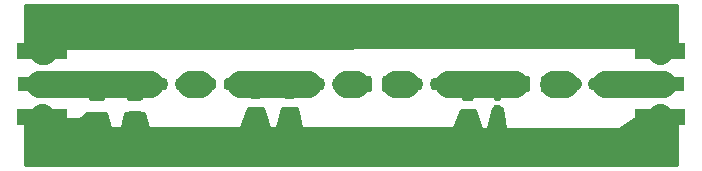
<source format=gbr>
G04 #@! TF.GenerationSoftware,KiCad,Pcbnew,(5.0.2)-1*
G04 #@! TF.CreationDate,2020-07-18T19:28:28+02:00*
G04 #@! TF.ProjectId,PCB,5043422e-6b69-4636-9164-5f7063625858,rev?*
G04 #@! TF.SameCoordinates,Original*
G04 #@! TF.FileFunction,Copper,L1,Top*
G04 #@! TF.FilePolarity,Positive*
%FSLAX46Y46*%
G04 Gerber Fmt 4.6, Leading zero omitted, Abs format (unit mm)*
G04 Created by KiCad (PCBNEW (5.0.2)-1) date 07/18/20 19:28:28*
%MOMM*%
%LPD*%
G01*
G04 APERTURE LIST*
G04 #@! TA.AperFunction,SMDPad,CuDef*
%ADD10R,4.200000X1.350000*%
G04 #@! TD*
G04 #@! TA.AperFunction,SMDPad,CuDef*
%ADD11R,3.600000X1.270000*%
G04 #@! TD*
G04 #@! TA.AperFunction,Conductor*
%ADD12C,0.100000*%
G04 #@! TD*
G04 #@! TA.AperFunction,SMDPad,CuDef*
%ADD13C,0.975000*%
G04 #@! TD*
G04 #@! TA.AperFunction,SMDPad,CuDef*
%ADD14C,0.875000*%
G04 #@! TD*
G04 #@! TA.AperFunction,SMDPad,CuDef*
%ADD15C,0.590000*%
G04 #@! TD*
G04 #@! TA.AperFunction,ViaPad*
%ADD16C,0.800000*%
G04 #@! TD*
G04 #@! TA.AperFunction,Conductor*
%ADD17C,2.300000*%
G04 #@! TD*
G04 #@! TA.AperFunction,Conductor*
%ADD18C,1.000000*%
G04 #@! TD*
G04 #@! TA.AperFunction,Conductor*
%ADD19C,0.254000*%
G04 #@! TD*
G04 APERTURE END LIST*
D10*
G04 #@! TO.P,,2*
G04 #@! TO.N,Earth*
X114500000Y-97575000D03*
X114500000Y-103225000D03*
D11*
G04 #@! TO.P,,1*
G04 #@! TO.N,Net-(C1-Pad1)*
X114300000Y-100400000D03*
G04 #@! TD*
D12*
G04 #@! TO.N,Net-(C1-Pad1)*
G04 #@! TO.C,C1*
G36*
X119680142Y-100876174D02*
X119703803Y-100879684D01*
X119727007Y-100885496D01*
X119749529Y-100893554D01*
X119771153Y-100903782D01*
X119791670Y-100916079D01*
X119810883Y-100930329D01*
X119828607Y-100946393D01*
X119844671Y-100964117D01*
X119858921Y-100983330D01*
X119871218Y-101003847D01*
X119881446Y-101025471D01*
X119889504Y-101047993D01*
X119895316Y-101071197D01*
X119898826Y-101094858D01*
X119900000Y-101118750D01*
X119900000Y-101606250D01*
X119898826Y-101630142D01*
X119895316Y-101653803D01*
X119889504Y-101677007D01*
X119881446Y-101699529D01*
X119871218Y-101721153D01*
X119858921Y-101741670D01*
X119844671Y-101760883D01*
X119828607Y-101778607D01*
X119810883Y-101794671D01*
X119791670Y-101808921D01*
X119771153Y-101821218D01*
X119749529Y-101831446D01*
X119727007Y-101839504D01*
X119703803Y-101845316D01*
X119680142Y-101848826D01*
X119656250Y-101850000D01*
X118743750Y-101850000D01*
X118719858Y-101848826D01*
X118696197Y-101845316D01*
X118672993Y-101839504D01*
X118650471Y-101831446D01*
X118628847Y-101821218D01*
X118608330Y-101808921D01*
X118589117Y-101794671D01*
X118571393Y-101778607D01*
X118555329Y-101760883D01*
X118541079Y-101741670D01*
X118528782Y-101721153D01*
X118518554Y-101699529D01*
X118510496Y-101677007D01*
X118504684Y-101653803D01*
X118501174Y-101630142D01*
X118500000Y-101606250D01*
X118500000Y-101118750D01*
X118501174Y-101094858D01*
X118504684Y-101071197D01*
X118510496Y-101047993D01*
X118518554Y-101025471D01*
X118528782Y-101003847D01*
X118541079Y-100983330D01*
X118555329Y-100964117D01*
X118571393Y-100946393D01*
X118589117Y-100930329D01*
X118608330Y-100916079D01*
X118628847Y-100903782D01*
X118650471Y-100893554D01*
X118672993Y-100885496D01*
X118696197Y-100879684D01*
X118719858Y-100876174D01*
X118743750Y-100875000D01*
X119656250Y-100875000D01*
X119680142Y-100876174D01*
X119680142Y-100876174D01*
G37*
D13*
G04 #@! TD*
G04 #@! TO.P,C1,1*
G04 #@! TO.N,Net-(C1-Pad1)*
X119200000Y-101362500D03*
D12*
G04 #@! TO.N,Earth*
G04 #@! TO.C,C1*
G36*
X119680142Y-102751174D02*
X119703803Y-102754684D01*
X119727007Y-102760496D01*
X119749529Y-102768554D01*
X119771153Y-102778782D01*
X119791670Y-102791079D01*
X119810883Y-102805329D01*
X119828607Y-102821393D01*
X119844671Y-102839117D01*
X119858921Y-102858330D01*
X119871218Y-102878847D01*
X119881446Y-102900471D01*
X119889504Y-102922993D01*
X119895316Y-102946197D01*
X119898826Y-102969858D01*
X119900000Y-102993750D01*
X119900000Y-103481250D01*
X119898826Y-103505142D01*
X119895316Y-103528803D01*
X119889504Y-103552007D01*
X119881446Y-103574529D01*
X119871218Y-103596153D01*
X119858921Y-103616670D01*
X119844671Y-103635883D01*
X119828607Y-103653607D01*
X119810883Y-103669671D01*
X119791670Y-103683921D01*
X119771153Y-103696218D01*
X119749529Y-103706446D01*
X119727007Y-103714504D01*
X119703803Y-103720316D01*
X119680142Y-103723826D01*
X119656250Y-103725000D01*
X118743750Y-103725000D01*
X118719858Y-103723826D01*
X118696197Y-103720316D01*
X118672993Y-103714504D01*
X118650471Y-103706446D01*
X118628847Y-103696218D01*
X118608330Y-103683921D01*
X118589117Y-103669671D01*
X118571393Y-103653607D01*
X118555329Y-103635883D01*
X118541079Y-103616670D01*
X118528782Y-103596153D01*
X118518554Y-103574529D01*
X118510496Y-103552007D01*
X118504684Y-103528803D01*
X118501174Y-103505142D01*
X118500000Y-103481250D01*
X118500000Y-102993750D01*
X118501174Y-102969858D01*
X118504684Y-102946197D01*
X118510496Y-102922993D01*
X118518554Y-102900471D01*
X118528782Y-102878847D01*
X118541079Y-102858330D01*
X118555329Y-102839117D01*
X118571393Y-102821393D01*
X118589117Y-102805329D01*
X118608330Y-102791079D01*
X118628847Y-102778782D01*
X118650471Y-102768554D01*
X118672993Y-102760496D01*
X118696197Y-102754684D01*
X118719858Y-102751174D01*
X118743750Y-102750000D01*
X119656250Y-102750000D01*
X119680142Y-102751174D01*
X119680142Y-102751174D01*
G37*
D13*
G04 #@! TD*
G04 #@! TO.P,C1,2*
G04 #@! TO.N,Earth*
X119200000Y-103237500D03*
D12*
G04 #@! TO.N,Net-(C2-Pad1)*
G04 #@! TO.C,C2*
G36*
X126527691Y-99926053D02*
X126548926Y-99929203D01*
X126569750Y-99934419D01*
X126589962Y-99941651D01*
X126609368Y-99950830D01*
X126627781Y-99961866D01*
X126645024Y-99974654D01*
X126660930Y-99989070D01*
X126675346Y-100004976D01*
X126688134Y-100022219D01*
X126699170Y-100040632D01*
X126708349Y-100060038D01*
X126715581Y-100080250D01*
X126720797Y-100101074D01*
X126723947Y-100122309D01*
X126725000Y-100143750D01*
X126725000Y-100656250D01*
X126723947Y-100677691D01*
X126720797Y-100698926D01*
X126715581Y-100719750D01*
X126708349Y-100739962D01*
X126699170Y-100759368D01*
X126688134Y-100777781D01*
X126675346Y-100795024D01*
X126660930Y-100810930D01*
X126645024Y-100825346D01*
X126627781Y-100838134D01*
X126609368Y-100849170D01*
X126589962Y-100858349D01*
X126569750Y-100865581D01*
X126548926Y-100870797D01*
X126527691Y-100873947D01*
X126506250Y-100875000D01*
X126068750Y-100875000D01*
X126047309Y-100873947D01*
X126026074Y-100870797D01*
X126005250Y-100865581D01*
X125985038Y-100858349D01*
X125965632Y-100849170D01*
X125947219Y-100838134D01*
X125929976Y-100825346D01*
X125914070Y-100810930D01*
X125899654Y-100795024D01*
X125886866Y-100777781D01*
X125875830Y-100759368D01*
X125866651Y-100739962D01*
X125859419Y-100719750D01*
X125854203Y-100698926D01*
X125851053Y-100677691D01*
X125850000Y-100656250D01*
X125850000Y-100143750D01*
X125851053Y-100122309D01*
X125854203Y-100101074D01*
X125859419Y-100080250D01*
X125866651Y-100060038D01*
X125875830Y-100040632D01*
X125886866Y-100022219D01*
X125899654Y-100004976D01*
X125914070Y-99989070D01*
X125929976Y-99974654D01*
X125947219Y-99961866D01*
X125965632Y-99950830D01*
X125985038Y-99941651D01*
X126005250Y-99934419D01*
X126026074Y-99929203D01*
X126047309Y-99926053D01*
X126068750Y-99925000D01*
X126506250Y-99925000D01*
X126527691Y-99926053D01*
X126527691Y-99926053D01*
G37*
D14*
G04 #@! TD*
G04 #@! TO.P,C2,1*
G04 #@! TO.N,Net-(C2-Pad1)*
X126287500Y-100400000D03*
D12*
G04 #@! TO.N,Net-(C1-Pad1)*
G04 #@! TO.C,C2*
G36*
X124952691Y-99926053D02*
X124973926Y-99929203D01*
X124994750Y-99934419D01*
X125014962Y-99941651D01*
X125034368Y-99950830D01*
X125052781Y-99961866D01*
X125070024Y-99974654D01*
X125085930Y-99989070D01*
X125100346Y-100004976D01*
X125113134Y-100022219D01*
X125124170Y-100040632D01*
X125133349Y-100060038D01*
X125140581Y-100080250D01*
X125145797Y-100101074D01*
X125148947Y-100122309D01*
X125150000Y-100143750D01*
X125150000Y-100656250D01*
X125148947Y-100677691D01*
X125145797Y-100698926D01*
X125140581Y-100719750D01*
X125133349Y-100739962D01*
X125124170Y-100759368D01*
X125113134Y-100777781D01*
X125100346Y-100795024D01*
X125085930Y-100810930D01*
X125070024Y-100825346D01*
X125052781Y-100838134D01*
X125034368Y-100849170D01*
X125014962Y-100858349D01*
X124994750Y-100865581D01*
X124973926Y-100870797D01*
X124952691Y-100873947D01*
X124931250Y-100875000D01*
X124493750Y-100875000D01*
X124472309Y-100873947D01*
X124451074Y-100870797D01*
X124430250Y-100865581D01*
X124410038Y-100858349D01*
X124390632Y-100849170D01*
X124372219Y-100838134D01*
X124354976Y-100825346D01*
X124339070Y-100810930D01*
X124324654Y-100795024D01*
X124311866Y-100777781D01*
X124300830Y-100759368D01*
X124291651Y-100739962D01*
X124284419Y-100719750D01*
X124279203Y-100698926D01*
X124276053Y-100677691D01*
X124275000Y-100656250D01*
X124275000Y-100143750D01*
X124276053Y-100122309D01*
X124279203Y-100101074D01*
X124284419Y-100080250D01*
X124291651Y-100060038D01*
X124300830Y-100040632D01*
X124311866Y-100022219D01*
X124324654Y-100004976D01*
X124339070Y-99989070D01*
X124354976Y-99974654D01*
X124372219Y-99961866D01*
X124390632Y-99950830D01*
X124410038Y-99941651D01*
X124430250Y-99934419D01*
X124451074Y-99929203D01*
X124472309Y-99926053D01*
X124493750Y-99925000D01*
X124931250Y-99925000D01*
X124952691Y-99926053D01*
X124952691Y-99926053D01*
G37*
D14*
G04 #@! TD*
G04 #@! TO.P,C2,2*
G04 #@! TO.N,Net-(C1-Pad1)*
X124712500Y-100400000D03*
D12*
G04 #@! TO.N,Earth*
G04 #@! TO.C,C3*
G36*
X132877691Y-102351053D02*
X132898926Y-102354203D01*
X132919750Y-102359419D01*
X132939962Y-102366651D01*
X132959368Y-102375830D01*
X132977781Y-102386866D01*
X132995024Y-102399654D01*
X133010930Y-102414070D01*
X133025346Y-102429976D01*
X133038134Y-102447219D01*
X133049170Y-102465632D01*
X133058349Y-102485038D01*
X133065581Y-102505250D01*
X133070797Y-102526074D01*
X133073947Y-102547309D01*
X133075000Y-102568750D01*
X133075000Y-103006250D01*
X133073947Y-103027691D01*
X133070797Y-103048926D01*
X133065581Y-103069750D01*
X133058349Y-103089962D01*
X133049170Y-103109368D01*
X133038134Y-103127781D01*
X133025346Y-103145024D01*
X133010930Y-103160930D01*
X132995024Y-103175346D01*
X132977781Y-103188134D01*
X132959368Y-103199170D01*
X132939962Y-103208349D01*
X132919750Y-103215581D01*
X132898926Y-103220797D01*
X132877691Y-103223947D01*
X132856250Y-103225000D01*
X132343750Y-103225000D01*
X132322309Y-103223947D01*
X132301074Y-103220797D01*
X132280250Y-103215581D01*
X132260038Y-103208349D01*
X132240632Y-103199170D01*
X132222219Y-103188134D01*
X132204976Y-103175346D01*
X132189070Y-103160930D01*
X132174654Y-103145024D01*
X132161866Y-103127781D01*
X132150830Y-103109368D01*
X132141651Y-103089962D01*
X132134419Y-103069750D01*
X132129203Y-103048926D01*
X132126053Y-103027691D01*
X132125000Y-103006250D01*
X132125000Y-102568750D01*
X132126053Y-102547309D01*
X132129203Y-102526074D01*
X132134419Y-102505250D01*
X132141651Y-102485038D01*
X132150830Y-102465632D01*
X132161866Y-102447219D01*
X132174654Y-102429976D01*
X132189070Y-102414070D01*
X132204976Y-102399654D01*
X132222219Y-102386866D01*
X132240632Y-102375830D01*
X132260038Y-102366651D01*
X132280250Y-102359419D01*
X132301074Y-102354203D01*
X132322309Y-102351053D01*
X132343750Y-102350000D01*
X132856250Y-102350000D01*
X132877691Y-102351053D01*
X132877691Y-102351053D01*
G37*
D14*
G04 #@! TD*
G04 #@! TO.P,C3,2*
G04 #@! TO.N,Earth*
X132600000Y-102787500D03*
D12*
G04 #@! TO.N,Net-(C3-Pad1)*
G04 #@! TO.C,C3*
G36*
X132877691Y-100776053D02*
X132898926Y-100779203D01*
X132919750Y-100784419D01*
X132939962Y-100791651D01*
X132959368Y-100800830D01*
X132977781Y-100811866D01*
X132995024Y-100824654D01*
X133010930Y-100839070D01*
X133025346Y-100854976D01*
X133038134Y-100872219D01*
X133049170Y-100890632D01*
X133058349Y-100910038D01*
X133065581Y-100930250D01*
X133070797Y-100951074D01*
X133073947Y-100972309D01*
X133075000Y-100993750D01*
X133075000Y-101431250D01*
X133073947Y-101452691D01*
X133070797Y-101473926D01*
X133065581Y-101494750D01*
X133058349Y-101514962D01*
X133049170Y-101534368D01*
X133038134Y-101552781D01*
X133025346Y-101570024D01*
X133010930Y-101585930D01*
X132995024Y-101600346D01*
X132977781Y-101613134D01*
X132959368Y-101624170D01*
X132939962Y-101633349D01*
X132919750Y-101640581D01*
X132898926Y-101645797D01*
X132877691Y-101648947D01*
X132856250Y-101650000D01*
X132343750Y-101650000D01*
X132322309Y-101648947D01*
X132301074Y-101645797D01*
X132280250Y-101640581D01*
X132260038Y-101633349D01*
X132240632Y-101624170D01*
X132222219Y-101613134D01*
X132204976Y-101600346D01*
X132189070Y-101585930D01*
X132174654Y-101570024D01*
X132161866Y-101552781D01*
X132150830Y-101534368D01*
X132141651Y-101514962D01*
X132134419Y-101494750D01*
X132129203Y-101473926D01*
X132126053Y-101452691D01*
X132125000Y-101431250D01*
X132125000Y-100993750D01*
X132126053Y-100972309D01*
X132129203Y-100951074D01*
X132134419Y-100930250D01*
X132141651Y-100910038D01*
X132150830Y-100890632D01*
X132161866Y-100872219D01*
X132174654Y-100854976D01*
X132189070Y-100839070D01*
X132204976Y-100824654D01*
X132222219Y-100811866D01*
X132240632Y-100800830D01*
X132260038Y-100791651D01*
X132280250Y-100784419D01*
X132301074Y-100779203D01*
X132322309Y-100776053D01*
X132343750Y-100775000D01*
X132856250Y-100775000D01*
X132877691Y-100776053D01*
X132877691Y-100776053D01*
G37*
D14*
G04 #@! TD*
G04 #@! TO.P,C3,1*
G04 #@! TO.N,Net-(C3-Pad1)*
X132600000Y-101212500D03*
D12*
G04 #@! TO.N,Net-(C4-Pad2)*
G04 #@! TO.C,C4*
G36*
X142230142Y-99701174D02*
X142253803Y-99704684D01*
X142277007Y-99710496D01*
X142299529Y-99718554D01*
X142321153Y-99728782D01*
X142341670Y-99741079D01*
X142360883Y-99755329D01*
X142378607Y-99771393D01*
X142394671Y-99789117D01*
X142408921Y-99808330D01*
X142421218Y-99828847D01*
X142431446Y-99850471D01*
X142439504Y-99872993D01*
X142445316Y-99896197D01*
X142448826Y-99919858D01*
X142450000Y-99943750D01*
X142450000Y-100856250D01*
X142448826Y-100880142D01*
X142445316Y-100903803D01*
X142439504Y-100927007D01*
X142431446Y-100949529D01*
X142421218Y-100971153D01*
X142408921Y-100991670D01*
X142394671Y-101010883D01*
X142378607Y-101028607D01*
X142360883Y-101044671D01*
X142341670Y-101058921D01*
X142321153Y-101071218D01*
X142299529Y-101081446D01*
X142277007Y-101089504D01*
X142253803Y-101095316D01*
X142230142Y-101098826D01*
X142206250Y-101100000D01*
X141718750Y-101100000D01*
X141694858Y-101098826D01*
X141671197Y-101095316D01*
X141647993Y-101089504D01*
X141625471Y-101081446D01*
X141603847Y-101071218D01*
X141583330Y-101058921D01*
X141564117Y-101044671D01*
X141546393Y-101028607D01*
X141530329Y-101010883D01*
X141516079Y-100991670D01*
X141503782Y-100971153D01*
X141493554Y-100949529D01*
X141485496Y-100927007D01*
X141479684Y-100903803D01*
X141476174Y-100880142D01*
X141475000Y-100856250D01*
X141475000Y-99943750D01*
X141476174Y-99919858D01*
X141479684Y-99896197D01*
X141485496Y-99872993D01*
X141493554Y-99850471D01*
X141503782Y-99828847D01*
X141516079Y-99808330D01*
X141530329Y-99789117D01*
X141546393Y-99771393D01*
X141564117Y-99755329D01*
X141583330Y-99741079D01*
X141603847Y-99728782D01*
X141625471Y-99718554D01*
X141647993Y-99710496D01*
X141671197Y-99704684D01*
X141694858Y-99701174D01*
X141718750Y-99700000D01*
X142206250Y-99700000D01*
X142230142Y-99701174D01*
X142230142Y-99701174D01*
G37*
D13*
G04 #@! TD*
G04 #@! TO.P,C4,2*
G04 #@! TO.N,Net-(C4-Pad2)*
X141962500Y-100400000D03*
D12*
G04 #@! TO.N,Net-(C4-Pad1)*
G04 #@! TO.C,C4*
G36*
X144105142Y-99701174D02*
X144128803Y-99704684D01*
X144152007Y-99710496D01*
X144174529Y-99718554D01*
X144196153Y-99728782D01*
X144216670Y-99741079D01*
X144235883Y-99755329D01*
X144253607Y-99771393D01*
X144269671Y-99789117D01*
X144283921Y-99808330D01*
X144296218Y-99828847D01*
X144306446Y-99850471D01*
X144314504Y-99872993D01*
X144320316Y-99896197D01*
X144323826Y-99919858D01*
X144325000Y-99943750D01*
X144325000Y-100856250D01*
X144323826Y-100880142D01*
X144320316Y-100903803D01*
X144314504Y-100927007D01*
X144306446Y-100949529D01*
X144296218Y-100971153D01*
X144283921Y-100991670D01*
X144269671Y-101010883D01*
X144253607Y-101028607D01*
X144235883Y-101044671D01*
X144216670Y-101058921D01*
X144196153Y-101071218D01*
X144174529Y-101081446D01*
X144152007Y-101089504D01*
X144128803Y-101095316D01*
X144105142Y-101098826D01*
X144081250Y-101100000D01*
X143593750Y-101100000D01*
X143569858Y-101098826D01*
X143546197Y-101095316D01*
X143522993Y-101089504D01*
X143500471Y-101081446D01*
X143478847Y-101071218D01*
X143458330Y-101058921D01*
X143439117Y-101044671D01*
X143421393Y-101028607D01*
X143405329Y-101010883D01*
X143391079Y-100991670D01*
X143378782Y-100971153D01*
X143368554Y-100949529D01*
X143360496Y-100927007D01*
X143354684Y-100903803D01*
X143351174Y-100880142D01*
X143350000Y-100856250D01*
X143350000Y-99943750D01*
X143351174Y-99919858D01*
X143354684Y-99896197D01*
X143360496Y-99872993D01*
X143368554Y-99850471D01*
X143378782Y-99828847D01*
X143391079Y-99808330D01*
X143405329Y-99789117D01*
X143421393Y-99771393D01*
X143439117Y-99755329D01*
X143458330Y-99741079D01*
X143478847Y-99728782D01*
X143500471Y-99718554D01*
X143522993Y-99710496D01*
X143546197Y-99704684D01*
X143569858Y-99701174D01*
X143593750Y-99700000D01*
X144081250Y-99700000D01*
X144105142Y-99701174D01*
X144105142Y-99701174D01*
G37*
D13*
G04 #@! TD*
G04 #@! TO.P,C4,1*
G04 #@! TO.N,Net-(C4-Pad1)*
X143837500Y-100400000D03*
D12*
G04 #@! TO.N,Net-(C5-Pad1)*
G04 #@! TO.C,C5*
G36*
X150877691Y-100976053D02*
X150898926Y-100979203D01*
X150919750Y-100984419D01*
X150939962Y-100991651D01*
X150959368Y-101000830D01*
X150977781Y-101011866D01*
X150995024Y-101024654D01*
X151010930Y-101039070D01*
X151025346Y-101054976D01*
X151038134Y-101072219D01*
X151049170Y-101090632D01*
X151058349Y-101110038D01*
X151065581Y-101130250D01*
X151070797Y-101151074D01*
X151073947Y-101172309D01*
X151075000Y-101193750D01*
X151075000Y-101631250D01*
X151073947Y-101652691D01*
X151070797Y-101673926D01*
X151065581Y-101694750D01*
X151058349Y-101714962D01*
X151049170Y-101734368D01*
X151038134Y-101752781D01*
X151025346Y-101770024D01*
X151010930Y-101785930D01*
X150995024Y-101800346D01*
X150977781Y-101813134D01*
X150959368Y-101824170D01*
X150939962Y-101833349D01*
X150919750Y-101840581D01*
X150898926Y-101845797D01*
X150877691Y-101848947D01*
X150856250Y-101850000D01*
X150343750Y-101850000D01*
X150322309Y-101848947D01*
X150301074Y-101845797D01*
X150280250Y-101840581D01*
X150260038Y-101833349D01*
X150240632Y-101824170D01*
X150222219Y-101813134D01*
X150204976Y-101800346D01*
X150189070Y-101785930D01*
X150174654Y-101770024D01*
X150161866Y-101752781D01*
X150150830Y-101734368D01*
X150141651Y-101714962D01*
X150134419Y-101694750D01*
X150129203Y-101673926D01*
X150126053Y-101652691D01*
X150125000Y-101631250D01*
X150125000Y-101193750D01*
X150126053Y-101172309D01*
X150129203Y-101151074D01*
X150134419Y-101130250D01*
X150141651Y-101110038D01*
X150150830Y-101090632D01*
X150161866Y-101072219D01*
X150174654Y-101054976D01*
X150189070Y-101039070D01*
X150204976Y-101024654D01*
X150222219Y-101011866D01*
X150240632Y-101000830D01*
X150260038Y-100991651D01*
X150280250Y-100984419D01*
X150301074Y-100979203D01*
X150322309Y-100976053D01*
X150343750Y-100975000D01*
X150856250Y-100975000D01*
X150877691Y-100976053D01*
X150877691Y-100976053D01*
G37*
D14*
G04 #@! TD*
G04 #@! TO.P,C5,1*
G04 #@! TO.N,Net-(C5-Pad1)*
X150600000Y-101412500D03*
D12*
G04 #@! TO.N,Earth*
G04 #@! TO.C,C5*
G36*
X150877691Y-102551053D02*
X150898926Y-102554203D01*
X150919750Y-102559419D01*
X150939962Y-102566651D01*
X150959368Y-102575830D01*
X150977781Y-102586866D01*
X150995024Y-102599654D01*
X151010930Y-102614070D01*
X151025346Y-102629976D01*
X151038134Y-102647219D01*
X151049170Y-102665632D01*
X151058349Y-102685038D01*
X151065581Y-102705250D01*
X151070797Y-102726074D01*
X151073947Y-102747309D01*
X151075000Y-102768750D01*
X151075000Y-103206250D01*
X151073947Y-103227691D01*
X151070797Y-103248926D01*
X151065581Y-103269750D01*
X151058349Y-103289962D01*
X151049170Y-103309368D01*
X151038134Y-103327781D01*
X151025346Y-103345024D01*
X151010930Y-103360930D01*
X150995024Y-103375346D01*
X150977781Y-103388134D01*
X150959368Y-103399170D01*
X150939962Y-103408349D01*
X150919750Y-103415581D01*
X150898926Y-103420797D01*
X150877691Y-103423947D01*
X150856250Y-103425000D01*
X150343750Y-103425000D01*
X150322309Y-103423947D01*
X150301074Y-103420797D01*
X150280250Y-103415581D01*
X150260038Y-103408349D01*
X150240632Y-103399170D01*
X150222219Y-103388134D01*
X150204976Y-103375346D01*
X150189070Y-103360930D01*
X150174654Y-103345024D01*
X150161866Y-103327781D01*
X150150830Y-103309368D01*
X150141651Y-103289962D01*
X150134419Y-103269750D01*
X150129203Y-103248926D01*
X150126053Y-103227691D01*
X150125000Y-103206250D01*
X150125000Y-102768750D01*
X150126053Y-102747309D01*
X150129203Y-102726074D01*
X150134419Y-102705250D01*
X150141651Y-102685038D01*
X150150830Y-102665632D01*
X150161866Y-102647219D01*
X150174654Y-102629976D01*
X150189070Y-102614070D01*
X150204976Y-102599654D01*
X150222219Y-102586866D01*
X150240632Y-102575830D01*
X150260038Y-102566651D01*
X150280250Y-102559419D01*
X150301074Y-102554203D01*
X150322309Y-102551053D01*
X150343750Y-102550000D01*
X150856250Y-102550000D01*
X150877691Y-102551053D01*
X150877691Y-102551053D01*
G37*
D14*
G04 #@! TD*
G04 #@! TO.P,C5,2*
G04 #@! TO.N,Earth*
X150600000Y-102987500D03*
D12*
G04 #@! TO.N,Net-(C6-Pad1)*
G04 #@! TO.C,C6*
G36*
X157505142Y-99701174D02*
X157528803Y-99704684D01*
X157552007Y-99710496D01*
X157574529Y-99718554D01*
X157596153Y-99728782D01*
X157616670Y-99741079D01*
X157635883Y-99755329D01*
X157653607Y-99771393D01*
X157669671Y-99789117D01*
X157683921Y-99808330D01*
X157696218Y-99828847D01*
X157706446Y-99850471D01*
X157714504Y-99872993D01*
X157720316Y-99896197D01*
X157723826Y-99919858D01*
X157725000Y-99943750D01*
X157725000Y-100856250D01*
X157723826Y-100880142D01*
X157720316Y-100903803D01*
X157714504Y-100927007D01*
X157706446Y-100949529D01*
X157696218Y-100971153D01*
X157683921Y-100991670D01*
X157669671Y-101010883D01*
X157653607Y-101028607D01*
X157635883Y-101044671D01*
X157616670Y-101058921D01*
X157596153Y-101071218D01*
X157574529Y-101081446D01*
X157552007Y-101089504D01*
X157528803Y-101095316D01*
X157505142Y-101098826D01*
X157481250Y-101100000D01*
X156993750Y-101100000D01*
X156969858Y-101098826D01*
X156946197Y-101095316D01*
X156922993Y-101089504D01*
X156900471Y-101081446D01*
X156878847Y-101071218D01*
X156858330Y-101058921D01*
X156839117Y-101044671D01*
X156821393Y-101028607D01*
X156805329Y-101010883D01*
X156791079Y-100991670D01*
X156778782Y-100971153D01*
X156768554Y-100949529D01*
X156760496Y-100927007D01*
X156754684Y-100903803D01*
X156751174Y-100880142D01*
X156750000Y-100856250D01*
X156750000Y-99943750D01*
X156751174Y-99919858D01*
X156754684Y-99896197D01*
X156760496Y-99872993D01*
X156768554Y-99850471D01*
X156778782Y-99828847D01*
X156791079Y-99808330D01*
X156805329Y-99789117D01*
X156821393Y-99771393D01*
X156839117Y-99755329D01*
X156858330Y-99741079D01*
X156878847Y-99728782D01*
X156900471Y-99718554D01*
X156922993Y-99710496D01*
X156946197Y-99704684D01*
X156969858Y-99701174D01*
X156993750Y-99700000D01*
X157481250Y-99700000D01*
X157505142Y-99701174D01*
X157505142Y-99701174D01*
G37*
D13*
G04 #@! TD*
G04 #@! TO.P,C6,1*
G04 #@! TO.N,Net-(C6-Pad1)*
X157237500Y-100400000D03*
D12*
G04 #@! TO.N,Net-(C5-Pad1)*
G04 #@! TO.C,C6*
G36*
X155630142Y-99701174D02*
X155653803Y-99704684D01*
X155677007Y-99710496D01*
X155699529Y-99718554D01*
X155721153Y-99728782D01*
X155741670Y-99741079D01*
X155760883Y-99755329D01*
X155778607Y-99771393D01*
X155794671Y-99789117D01*
X155808921Y-99808330D01*
X155821218Y-99828847D01*
X155831446Y-99850471D01*
X155839504Y-99872993D01*
X155845316Y-99896197D01*
X155848826Y-99919858D01*
X155850000Y-99943750D01*
X155850000Y-100856250D01*
X155848826Y-100880142D01*
X155845316Y-100903803D01*
X155839504Y-100927007D01*
X155831446Y-100949529D01*
X155821218Y-100971153D01*
X155808921Y-100991670D01*
X155794671Y-101010883D01*
X155778607Y-101028607D01*
X155760883Y-101044671D01*
X155741670Y-101058921D01*
X155721153Y-101071218D01*
X155699529Y-101081446D01*
X155677007Y-101089504D01*
X155653803Y-101095316D01*
X155630142Y-101098826D01*
X155606250Y-101100000D01*
X155118750Y-101100000D01*
X155094858Y-101098826D01*
X155071197Y-101095316D01*
X155047993Y-101089504D01*
X155025471Y-101081446D01*
X155003847Y-101071218D01*
X154983330Y-101058921D01*
X154964117Y-101044671D01*
X154946393Y-101028607D01*
X154930329Y-101010883D01*
X154916079Y-100991670D01*
X154903782Y-100971153D01*
X154893554Y-100949529D01*
X154885496Y-100927007D01*
X154879684Y-100903803D01*
X154876174Y-100880142D01*
X154875000Y-100856250D01*
X154875000Y-99943750D01*
X154876174Y-99919858D01*
X154879684Y-99896197D01*
X154885496Y-99872993D01*
X154893554Y-99850471D01*
X154903782Y-99828847D01*
X154916079Y-99808330D01*
X154930329Y-99789117D01*
X154946393Y-99771393D01*
X154964117Y-99755329D01*
X154983330Y-99741079D01*
X155003847Y-99728782D01*
X155025471Y-99718554D01*
X155047993Y-99710496D01*
X155071197Y-99704684D01*
X155094858Y-99701174D01*
X155118750Y-99700000D01*
X155606250Y-99700000D01*
X155630142Y-99701174D01*
X155630142Y-99701174D01*
G37*
D13*
G04 #@! TD*
G04 #@! TO.P,C6,2*
G04 #@! TO.N,Net-(C5-Pad1)*
X155362500Y-100400000D03*
D11*
G04 #@! TO.P,,1*
G04 #@! TO.N,Net-(J2-Pad1)*
X167100000Y-100400000D03*
D10*
G04 #@! TO.P,,2*
G04 #@! TO.N,Earth*
X166900000Y-97575000D03*
X166900000Y-103225000D03*
G04 #@! TD*
D12*
G04 #@! TO.N,Net-(C1-Pad1)*
G04 #@! TO.C,L1*
G36*
X122880142Y-100838674D02*
X122903803Y-100842184D01*
X122927007Y-100847996D01*
X122949529Y-100856054D01*
X122971153Y-100866282D01*
X122991670Y-100878579D01*
X123010883Y-100892829D01*
X123028607Y-100908893D01*
X123044671Y-100926617D01*
X123058921Y-100945830D01*
X123071218Y-100966347D01*
X123081446Y-100987971D01*
X123089504Y-101010493D01*
X123095316Y-101033697D01*
X123098826Y-101057358D01*
X123100000Y-101081250D01*
X123100000Y-101568750D01*
X123098826Y-101592642D01*
X123095316Y-101616303D01*
X123089504Y-101639507D01*
X123081446Y-101662029D01*
X123071218Y-101683653D01*
X123058921Y-101704170D01*
X123044671Y-101723383D01*
X123028607Y-101741107D01*
X123010883Y-101757171D01*
X122991670Y-101771421D01*
X122971153Y-101783718D01*
X122949529Y-101793946D01*
X122927007Y-101802004D01*
X122903803Y-101807816D01*
X122880142Y-101811326D01*
X122856250Y-101812500D01*
X121943750Y-101812500D01*
X121919858Y-101811326D01*
X121896197Y-101807816D01*
X121872993Y-101802004D01*
X121850471Y-101793946D01*
X121828847Y-101783718D01*
X121808330Y-101771421D01*
X121789117Y-101757171D01*
X121771393Y-101741107D01*
X121755329Y-101723383D01*
X121741079Y-101704170D01*
X121728782Y-101683653D01*
X121718554Y-101662029D01*
X121710496Y-101639507D01*
X121704684Y-101616303D01*
X121701174Y-101592642D01*
X121700000Y-101568750D01*
X121700000Y-101081250D01*
X121701174Y-101057358D01*
X121704684Y-101033697D01*
X121710496Y-101010493D01*
X121718554Y-100987971D01*
X121728782Y-100966347D01*
X121741079Y-100945830D01*
X121755329Y-100926617D01*
X121771393Y-100908893D01*
X121789117Y-100892829D01*
X121808330Y-100878579D01*
X121828847Y-100866282D01*
X121850471Y-100856054D01*
X121872993Y-100847996D01*
X121896197Y-100842184D01*
X121919858Y-100838674D01*
X121943750Y-100837500D01*
X122856250Y-100837500D01*
X122880142Y-100838674D01*
X122880142Y-100838674D01*
G37*
D13*
G04 #@! TD*
G04 #@! TO.P,L1,1*
G04 #@! TO.N,Net-(C1-Pad1)*
X122400000Y-101325000D03*
D12*
G04 #@! TO.N,Earth*
G04 #@! TO.C,L1*
G36*
X122880142Y-102713674D02*
X122903803Y-102717184D01*
X122927007Y-102722996D01*
X122949529Y-102731054D01*
X122971153Y-102741282D01*
X122991670Y-102753579D01*
X123010883Y-102767829D01*
X123028607Y-102783893D01*
X123044671Y-102801617D01*
X123058921Y-102820830D01*
X123071218Y-102841347D01*
X123081446Y-102862971D01*
X123089504Y-102885493D01*
X123095316Y-102908697D01*
X123098826Y-102932358D01*
X123100000Y-102956250D01*
X123100000Y-103443750D01*
X123098826Y-103467642D01*
X123095316Y-103491303D01*
X123089504Y-103514507D01*
X123081446Y-103537029D01*
X123071218Y-103558653D01*
X123058921Y-103579170D01*
X123044671Y-103598383D01*
X123028607Y-103616107D01*
X123010883Y-103632171D01*
X122991670Y-103646421D01*
X122971153Y-103658718D01*
X122949529Y-103668946D01*
X122927007Y-103677004D01*
X122903803Y-103682816D01*
X122880142Y-103686326D01*
X122856250Y-103687500D01*
X121943750Y-103687500D01*
X121919858Y-103686326D01*
X121896197Y-103682816D01*
X121872993Y-103677004D01*
X121850471Y-103668946D01*
X121828847Y-103658718D01*
X121808330Y-103646421D01*
X121789117Y-103632171D01*
X121771393Y-103616107D01*
X121755329Y-103598383D01*
X121741079Y-103579170D01*
X121728782Y-103558653D01*
X121718554Y-103537029D01*
X121710496Y-103514507D01*
X121704684Y-103491303D01*
X121701174Y-103467642D01*
X121700000Y-103443750D01*
X121700000Y-102956250D01*
X121701174Y-102932358D01*
X121704684Y-102908697D01*
X121710496Y-102885493D01*
X121718554Y-102862971D01*
X121728782Y-102841347D01*
X121741079Y-102820830D01*
X121755329Y-102801617D01*
X121771393Y-102783893D01*
X121789117Y-102767829D01*
X121808330Y-102753579D01*
X121828847Y-102741282D01*
X121850471Y-102731054D01*
X121872993Y-102722996D01*
X121896197Y-102717184D01*
X121919858Y-102713674D01*
X121943750Y-102712500D01*
X122856250Y-102712500D01*
X122880142Y-102713674D01*
X122880142Y-102713674D01*
G37*
D13*
G04 #@! TD*
G04 #@! TO.P,L1,2*
G04 #@! TO.N,Earth*
X122400000Y-103200000D03*
D12*
G04 #@! TO.N,Net-(C3-Pad1)*
G04 #@! TO.C,L2*
G36*
X130627691Y-99926053D02*
X130648926Y-99929203D01*
X130669750Y-99934419D01*
X130689962Y-99941651D01*
X130709368Y-99950830D01*
X130727781Y-99961866D01*
X130745024Y-99974654D01*
X130760930Y-99989070D01*
X130775346Y-100004976D01*
X130788134Y-100022219D01*
X130799170Y-100040632D01*
X130808349Y-100060038D01*
X130815581Y-100080250D01*
X130820797Y-100101074D01*
X130823947Y-100122309D01*
X130825000Y-100143750D01*
X130825000Y-100656250D01*
X130823947Y-100677691D01*
X130820797Y-100698926D01*
X130815581Y-100719750D01*
X130808349Y-100739962D01*
X130799170Y-100759368D01*
X130788134Y-100777781D01*
X130775346Y-100795024D01*
X130760930Y-100810930D01*
X130745024Y-100825346D01*
X130727781Y-100838134D01*
X130709368Y-100849170D01*
X130689962Y-100858349D01*
X130669750Y-100865581D01*
X130648926Y-100870797D01*
X130627691Y-100873947D01*
X130606250Y-100875000D01*
X130168750Y-100875000D01*
X130147309Y-100873947D01*
X130126074Y-100870797D01*
X130105250Y-100865581D01*
X130085038Y-100858349D01*
X130065632Y-100849170D01*
X130047219Y-100838134D01*
X130029976Y-100825346D01*
X130014070Y-100810930D01*
X129999654Y-100795024D01*
X129986866Y-100777781D01*
X129975830Y-100759368D01*
X129966651Y-100739962D01*
X129959419Y-100719750D01*
X129954203Y-100698926D01*
X129951053Y-100677691D01*
X129950000Y-100656250D01*
X129950000Y-100143750D01*
X129951053Y-100122309D01*
X129954203Y-100101074D01*
X129959419Y-100080250D01*
X129966651Y-100060038D01*
X129975830Y-100040632D01*
X129986866Y-100022219D01*
X129999654Y-100004976D01*
X130014070Y-99989070D01*
X130029976Y-99974654D01*
X130047219Y-99961866D01*
X130065632Y-99950830D01*
X130085038Y-99941651D01*
X130105250Y-99934419D01*
X130126074Y-99929203D01*
X130147309Y-99926053D01*
X130168750Y-99925000D01*
X130606250Y-99925000D01*
X130627691Y-99926053D01*
X130627691Y-99926053D01*
G37*
D14*
G04 #@! TD*
G04 #@! TO.P,L2,1*
G04 #@! TO.N,Net-(C3-Pad1)*
X130387500Y-100400000D03*
D12*
G04 #@! TO.N,Net-(C2-Pad1)*
G04 #@! TO.C,L2*
G36*
X129052691Y-99926053D02*
X129073926Y-99929203D01*
X129094750Y-99934419D01*
X129114962Y-99941651D01*
X129134368Y-99950830D01*
X129152781Y-99961866D01*
X129170024Y-99974654D01*
X129185930Y-99989070D01*
X129200346Y-100004976D01*
X129213134Y-100022219D01*
X129224170Y-100040632D01*
X129233349Y-100060038D01*
X129240581Y-100080250D01*
X129245797Y-100101074D01*
X129248947Y-100122309D01*
X129250000Y-100143750D01*
X129250000Y-100656250D01*
X129248947Y-100677691D01*
X129245797Y-100698926D01*
X129240581Y-100719750D01*
X129233349Y-100739962D01*
X129224170Y-100759368D01*
X129213134Y-100777781D01*
X129200346Y-100795024D01*
X129185930Y-100810930D01*
X129170024Y-100825346D01*
X129152781Y-100838134D01*
X129134368Y-100849170D01*
X129114962Y-100858349D01*
X129094750Y-100865581D01*
X129073926Y-100870797D01*
X129052691Y-100873947D01*
X129031250Y-100875000D01*
X128593750Y-100875000D01*
X128572309Y-100873947D01*
X128551074Y-100870797D01*
X128530250Y-100865581D01*
X128510038Y-100858349D01*
X128490632Y-100849170D01*
X128472219Y-100838134D01*
X128454976Y-100825346D01*
X128439070Y-100810930D01*
X128424654Y-100795024D01*
X128411866Y-100777781D01*
X128400830Y-100759368D01*
X128391651Y-100739962D01*
X128384419Y-100719750D01*
X128379203Y-100698926D01*
X128376053Y-100677691D01*
X128375000Y-100656250D01*
X128375000Y-100143750D01*
X128376053Y-100122309D01*
X128379203Y-100101074D01*
X128384419Y-100080250D01*
X128391651Y-100060038D01*
X128400830Y-100040632D01*
X128411866Y-100022219D01*
X128424654Y-100004976D01*
X128439070Y-99989070D01*
X128454976Y-99974654D01*
X128472219Y-99961866D01*
X128490632Y-99950830D01*
X128510038Y-99941651D01*
X128530250Y-99934419D01*
X128551074Y-99929203D01*
X128572309Y-99926053D01*
X128593750Y-99925000D01*
X129031250Y-99925000D01*
X129052691Y-99926053D01*
X129052691Y-99926053D01*
G37*
D14*
G04 #@! TD*
G04 #@! TO.P,L2,2*
G04 #@! TO.N,Net-(C2-Pad1)*
X128812500Y-100400000D03*
D12*
G04 #@! TO.N,Earth*
G04 #@! TO.C,L3*
G36*
X135777691Y-102351053D02*
X135798926Y-102354203D01*
X135819750Y-102359419D01*
X135839962Y-102366651D01*
X135859368Y-102375830D01*
X135877781Y-102386866D01*
X135895024Y-102399654D01*
X135910930Y-102414070D01*
X135925346Y-102429976D01*
X135938134Y-102447219D01*
X135949170Y-102465632D01*
X135958349Y-102485038D01*
X135965581Y-102505250D01*
X135970797Y-102526074D01*
X135973947Y-102547309D01*
X135975000Y-102568750D01*
X135975000Y-103006250D01*
X135973947Y-103027691D01*
X135970797Y-103048926D01*
X135965581Y-103069750D01*
X135958349Y-103089962D01*
X135949170Y-103109368D01*
X135938134Y-103127781D01*
X135925346Y-103145024D01*
X135910930Y-103160930D01*
X135895024Y-103175346D01*
X135877781Y-103188134D01*
X135859368Y-103199170D01*
X135839962Y-103208349D01*
X135819750Y-103215581D01*
X135798926Y-103220797D01*
X135777691Y-103223947D01*
X135756250Y-103225000D01*
X135243750Y-103225000D01*
X135222309Y-103223947D01*
X135201074Y-103220797D01*
X135180250Y-103215581D01*
X135160038Y-103208349D01*
X135140632Y-103199170D01*
X135122219Y-103188134D01*
X135104976Y-103175346D01*
X135089070Y-103160930D01*
X135074654Y-103145024D01*
X135061866Y-103127781D01*
X135050830Y-103109368D01*
X135041651Y-103089962D01*
X135034419Y-103069750D01*
X135029203Y-103048926D01*
X135026053Y-103027691D01*
X135025000Y-103006250D01*
X135025000Y-102568750D01*
X135026053Y-102547309D01*
X135029203Y-102526074D01*
X135034419Y-102505250D01*
X135041651Y-102485038D01*
X135050830Y-102465632D01*
X135061866Y-102447219D01*
X135074654Y-102429976D01*
X135089070Y-102414070D01*
X135104976Y-102399654D01*
X135122219Y-102386866D01*
X135140632Y-102375830D01*
X135160038Y-102366651D01*
X135180250Y-102359419D01*
X135201074Y-102354203D01*
X135222309Y-102351053D01*
X135243750Y-102350000D01*
X135756250Y-102350000D01*
X135777691Y-102351053D01*
X135777691Y-102351053D01*
G37*
D14*
G04 #@! TD*
G04 #@! TO.P,L3,2*
G04 #@! TO.N,Earth*
X135500000Y-102787500D03*
D12*
G04 #@! TO.N,Net-(C3-Pad1)*
G04 #@! TO.C,L3*
G36*
X135777691Y-100776053D02*
X135798926Y-100779203D01*
X135819750Y-100784419D01*
X135839962Y-100791651D01*
X135859368Y-100800830D01*
X135877781Y-100811866D01*
X135895024Y-100824654D01*
X135910930Y-100839070D01*
X135925346Y-100854976D01*
X135938134Y-100872219D01*
X135949170Y-100890632D01*
X135958349Y-100910038D01*
X135965581Y-100930250D01*
X135970797Y-100951074D01*
X135973947Y-100972309D01*
X135975000Y-100993750D01*
X135975000Y-101431250D01*
X135973947Y-101452691D01*
X135970797Y-101473926D01*
X135965581Y-101494750D01*
X135958349Y-101514962D01*
X135949170Y-101534368D01*
X135938134Y-101552781D01*
X135925346Y-101570024D01*
X135910930Y-101585930D01*
X135895024Y-101600346D01*
X135877781Y-101613134D01*
X135859368Y-101624170D01*
X135839962Y-101633349D01*
X135819750Y-101640581D01*
X135798926Y-101645797D01*
X135777691Y-101648947D01*
X135756250Y-101650000D01*
X135243750Y-101650000D01*
X135222309Y-101648947D01*
X135201074Y-101645797D01*
X135180250Y-101640581D01*
X135160038Y-101633349D01*
X135140632Y-101624170D01*
X135122219Y-101613134D01*
X135104976Y-101600346D01*
X135089070Y-101585930D01*
X135074654Y-101570024D01*
X135061866Y-101552781D01*
X135050830Y-101534368D01*
X135041651Y-101514962D01*
X135034419Y-101494750D01*
X135029203Y-101473926D01*
X135026053Y-101452691D01*
X135025000Y-101431250D01*
X135025000Y-100993750D01*
X135026053Y-100972309D01*
X135029203Y-100951074D01*
X135034419Y-100930250D01*
X135041651Y-100910038D01*
X135050830Y-100890632D01*
X135061866Y-100872219D01*
X135074654Y-100854976D01*
X135089070Y-100839070D01*
X135104976Y-100824654D01*
X135122219Y-100811866D01*
X135140632Y-100800830D01*
X135160038Y-100791651D01*
X135180250Y-100784419D01*
X135201074Y-100779203D01*
X135222309Y-100776053D01*
X135243750Y-100775000D01*
X135756250Y-100775000D01*
X135777691Y-100776053D01*
X135777691Y-100776053D01*
G37*
D14*
G04 #@! TD*
G04 #@! TO.P,L3,1*
G04 #@! TO.N,Net-(C3-Pad1)*
X135500000Y-101212500D03*
D12*
G04 #@! TO.N,Net-(C4-Pad2)*
G04 #@! TO.C,L4*
G36*
X139827691Y-99926053D02*
X139848926Y-99929203D01*
X139869750Y-99934419D01*
X139889962Y-99941651D01*
X139909368Y-99950830D01*
X139927781Y-99961866D01*
X139945024Y-99974654D01*
X139960930Y-99989070D01*
X139975346Y-100004976D01*
X139988134Y-100022219D01*
X139999170Y-100040632D01*
X140008349Y-100060038D01*
X140015581Y-100080250D01*
X140020797Y-100101074D01*
X140023947Y-100122309D01*
X140025000Y-100143750D01*
X140025000Y-100656250D01*
X140023947Y-100677691D01*
X140020797Y-100698926D01*
X140015581Y-100719750D01*
X140008349Y-100739962D01*
X139999170Y-100759368D01*
X139988134Y-100777781D01*
X139975346Y-100795024D01*
X139960930Y-100810930D01*
X139945024Y-100825346D01*
X139927781Y-100838134D01*
X139909368Y-100849170D01*
X139889962Y-100858349D01*
X139869750Y-100865581D01*
X139848926Y-100870797D01*
X139827691Y-100873947D01*
X139806250Y-100875000D01*
X139368750Y-100875000D01*
X139347309Y-100873947D01*
X139326074Y-100870797D01*
X139305250Y-100865581D01*
X139285038Y-100858349D01*
X139265632Y-100849170D01*
X139247219Y-100838134D01*
X139229976Y-100825346D01*
X139214070Y-100810930D01*
X139199654Y-100795024D01*
X139186866Y-100777781D01*
X139175830Y-100759368D01*
X139166651Y-100739962D01*
X139159419Y-100719750D01*
X139154203Y-100698926D01*
X139151053Y-100677691D01*
X139150000Y-100656250D01*
X139150000Y-100143750D01*
X139151053Y-100122309D01*
X139154203Y-100101074D01*
X139159419Y-100080250D01*
X139166651Y-100060038D01*
X139175830Y-100040632D01*
X139186866Y-100022219D01*
X139199654Y-100004976D01*
X139214070Y-99989070D01*
X139229976Y-99974654D01*
X139247219Y-99961866D01*
X139265632Y-99950830D01*
X139285038Y-99941651D01*
X139305250Y-99934419D01*
X139326074Y-99929203D01*
X139347309Y-99926053D01*
X139368750Y-99925000D01*
X139806250Y-99925000D01*
X139827691Y-99926053D01*
X139827691Y-99926053D01*
G37*
D14*
G04 #@! TD*
G04 #@! TO.P,L4,1*
G04 #@! TO.N,Net-(C4-Pad2)*
X139587500Y-100400000D03*
D12*
G04 #@! TO.N,Net-(C3-Pad1)*
G04 #@! TO.C,L4*
G36*
X138252691Y-99926053D02*
X138273926Y-99929203D01*
X138294750Y-99934419D01*
X138314962Y-99941651D01*
X138334368Y-99950830D01*
X138352781Y-99961866D01*
X138370024Y-99974654D01*
X138385930Y-99989070D01*
X138400346Y-100004976D01*
X138413134Y-100022219D01*
X138424170Y-100040632D01*
X138433349Y-100060038D01*
X138440581Y-100080250D01*
X138445797Y-100101074D01*
X138448947Y-100122309D01*
X138450000Y-100143750D01*
X138450000Y-100656250D01*
X138448947Y-100677691D01*
X138445797Y-100698926D01*
X138440581Y-100719750D01*
X138433349Y-100739962D01*
X138424170Y-100759368D01*
X138413134Y-100777781D01*
X138400346Y-100795024D01*
X138385930Y-100810930D01*
X138370024Y-100825346D01*
X138352781Y-100838134D01*
X138334368Y-100849170D01*
X138314962Y-100858349D01*
X138294750Y-100865581D01*
X138273926Y-100870797D01*
X138252691Y-100873947D01*
X138231250Y-100875000D01*
X137793750Y-100875000D01*
X137772309Y-100873947D01*
X137751074Y-100870797D01*
X137730250Y-100865581D01*
X137710038Y-100858349D01*
X137690632Y-100849170D01*
X137672219Y-100838134D01*
X137654976Y-100825346D01*
X137639070Y-100810930D01*
X137624654Y-100795024D01*
X137611866Y-100777781D01*
X137600830Y-100759368D01*
X137591651Y-100739962D01*
X137584419Y-100719750D01*
X137579203Y-100698926D01*
X137576053Y-100677691D01*
X137575000Y-100656250D01*
X137575000Y-100143750D01*
X137576053Y-100122309D01*
X137579203Y-100101074D01*
X137584419Y-100080250D01*
X137591651Y-100060038D01*
X137600830Y-100040632D01*
X137611866Y-100022219D01*
X137624654Y-100004976D01*
X137639070Y-99989070D01*
X137654976Y-99974654D01*
X137672219Y-99961866D01*
X137690632Y-99950830D01*
X137710038Y-99941651D01*
X137730250Y-99934419D01*
X137751074Y-99929203D01*
X137772309Y-99926053D01*
X137793750Y-99925000D01*
X138231250Y-99925000D01*
X138252691Y-99926053D01*
X138252691Y-99926053D01*
G37*
D14*
G04 #@! TD*
G04 #@! TO.P,L4,2*
G04 #@! TO.N,Net-(C3-Pad1)*
X138012500Y-100400000D03*
D12*
G04 #@! TO.N,Net-(C5-Pad1)*
G04 #@! TO.C,L5*
G36*
X148127691Y-99926053D02*
X148148926Y-99929203D01*
X148169750Y-99934419D01*
X148189962Y-99941651D01*
X148209368Y-99950830D01*
X148227781Y-99961866D01*
X148245024Y-99974654D01*
X148260930Y-99989070D01*
X148275346Y-100004976D01*
X148288134Y-100022219D01*
X148299170Y-100040632D01*
X148308349Y-100060038D01*
X148315581Y-100080250D01*
X148320797Y-100101074D01*
X148323947Y-100122309D01*
X148325000Y-100143750D01*
X148325000Y-100656250D01*
X148323947Y-100677691D01*
X148320797Y-100698926D01*
X148315581Y-100719750D01*
X148308349Y-100739962D01*
X148299170Y-100759368D01*
X148288134Y-100777781D01*
X148275346Y-100795024D01*
X148260930Y-100810930D01*
X148245024Y-100825346D01*
X148227781Y-100838134D01*
X148209368Y-100849170D01*
X148189962Y-100858349D01*
X148169750Y-100865581D01*
X148148926Y-100870797D01*
X148127691Y-100873947D01*
X148106250Y-100875000D01*
X147668750Y-100875000D01*
X147647309Y-100873947D01*
X147626074Y-100870797D01*
X147605250Y-100865581D01*
X147585038Y-100858349D01*
X147565632Y-100849170D01*
X147547219Y-100838134D01*
X147529976Y-100825346D01*
X147514070Y-100810930D01*
X147499654Y-100795024D01*
X147486866Y-100777781D01*
X147475830Y-100759368D01*
X147466651Y-100739962D01*
X147459419Y-100719750D01*
X147454203Y-100698926D01*
X147451053Y-100677691D01*
X147450000Y-100656250D01*
X147450000Y-100143750D01*
X147451053Y-100122309D01*
X147454203Y-100101074D01*
X147459419Y-100080250D01*
X147466651Y-100060038D01*
X147475830Y-100040632D01*
X147486866Y-100022219D01*
X147499654Y-100004976D01*
X147514070Y-99989070D01*
X147529976Y-99974654D01*
X147547219Y-99961866D01*
X147565632Y-99950830D01*
X147585038Y-99941651D01*
X147605250Y-99934419D01*
X147626074Y-99929203D01*
X147647309Y-99926053D01*
X147668750Y-99925000D01*
X148106250Y-99925000D01*
X148127691Y-99926053D01*
X148127691Y-99926053D01*
G37*
D14*
G04 #@! TD*
G04 #@! TO.P,L5,1*
G04 #@! TO.N,Net-(C5-Pad1)*
X147887500Y-100400000D03*
D12*
G04 #@! TO.N,Net-(C4-Pad1)*
G04 #@! TO.C,L5*
G36*
X146552691Y-99926053D02*
X146573926Y-99929203D01*
X146594750Y-99934419D01*
X146614962Y-99941651D01*
X146634368Y-99950830D01*
X146652781Y-99961866D01*
X146670024Y-99974654D01*
X146685930Y-99989070D01*
X146700346Y-100004976D01*
X146713134Y-100022219D01*
X146724170Y-100040632D01*
X146733349Y-100060038D01*
X146740581Y-100080250D01*
X146745797Y-100101074D01*
X146748947Y-100122309D01*
X146750000Y-100143750D01*
X146750000Y-100656250D01*
X146748947Y-100677691D01*
X146745797Y-100698926D01*
X146740581Y-100719750D01*
X146733349Y-100739962D01*
X146724170Y-100759368D01*
X146713134Y-100777781D01*
X146700346Y-100795024D01*
X146685930Y-100810930D01*
X146670024Y-100825346D01*
X146652781Y-100838134D01*
X146634368Y-100849170D01*
X146614962Y-100858349D01*
X146594750Y-100865581D01*
X146573926Y-100870797D01*
X146552691Y-100873947D01*
X146531250Y-100875000D01*
X146093750Y-100875000D01*
X146072309Y-100873947D01*
X146051074Y-100870797D01*
X146030250Y-100865581D01*
X146010038Y-100858349D01*
X145990632Y-100849170D01*
X145972219Y-100838134D01*
X145954976Y-100825346D01*
X145939070Y-100810930D01*
X145924654Y-100795024D01*
X145911866Y-100777781D01*
X145900830Y-100759368D01*
X145891651Y-100739962D01*
X145884419Y-100719750D01*
X145879203Y-100698926D01*
X145876053Y-100677691D01*
X145875000Y-100656250D01*
X145875000Y-100143750D01*
X145876053Y-100122309D01*
X145879203Y-100101074D01*
X145884419Y-100080250D01*
X145891651Y-100060038D01*
X145900830Y-100040632D01*
X145911866Y-100022219D01*
X145924654Y-100004976D01*
X145939070Y-99989070D01*
X145954976Y-99974654D01*
X145972219Y-99961866D01*
X145990632Y-99950830D01*
X146010038Y-99941651D01*
X146030250Y-99934419D01*
X146051074Y-99929203D01*
X146072309Y-99926053D01*
X146093750Y-99925000D01*
X146531250Y-99925000D01*
X146552691Y-99926053D01*
X146552691Y-99926053D01*
G37*
D14*
G04 #@! TD*
G04 #@! TO.P,L5,2*
G04 #@! TO.N,Net-(C4-Pad1)*
X146312500Y-100400000D03*
D12*
G04 #@! TO.N,Net-(C6-Pad1)*
G04 #@! TO.C,L7*
G36*
X159952691Y-99926053D02*
X159973926Y-99929203D01*
X159994750Y-99934419D01*
X160014962Y-99941651D01*
X160034368Y-99950830D01*
X160052781Y-99961866D01*
X160070024Y-99974654D01*
X160085930Y-99989070D01*
X160100346Y-100004976D01*
X160113134Y-100022219D01*
X160124170Y-100040632D01*
X160133349Y-100060038D01*
X160140581Y-100080250D01*
X160145797Y-100101074D01*
X160148947Y-100122309D01*
X160150000Y-100143750D01*
X160150000Y-100656250D01*
X160148947Y-100677691D01*
X160145797Y-100698926D01*
X160140581Y-100719750D01*
X160133349Y-100739962D01*
X160124170Y-100759368D01*
X160113134Y-100777781D01*
X160100346Y-100795024D01*
X160085930Y-100810930D01*
X160070024Y-100825346D01*
X160052781Y-100838134D01*
X160034368Y-100849170D01*
X160014962Y-100858349D01*
X159994750Y-100865581D01*
X159973926Y-100870797D01*
X159952691Y-100873947D01*
X159931250Y-100875000D01*
X159493750Y-100875000D01*
X159472309Y-100873947D01*
X159451074Y-100870797D01*
X159430250Y-100865581D01*
X159410038Y-100858349D01*
X159390632Y-100849170D01*
X159372219Y-100838134D01*
X159354976Y-100825346D01*
X159339070Y-100810930D01*
X159324654Y-100795024D01*
X159311866Y-100777781D01*
X159300830Y-100759368D01*
X159291651Y-100739962D01*
X159284419Y-100719750D01*
X159279203Y-100698926D01*
X159276053Y-100677691D01*
X159275000Y-100656250D01*
X159275000Y-100143750D01*
X159276053Y-100122309D01*
X159279203Y-100101074D01*
X159284419Y-100080250D01*
X159291651Y-100060038D01*
X159300830Y-100040632D01*
X159311866Y-100022219D01*
X159324654Y-100004976D01*
X159339070Y-99989070D01*
X159354976Y-99974654D01*
X159372219Y-99961866D01*
X159390632Y-99950830D01*
X159410038Y-99941651D01*
X159430250Y-99934419D01*
X159451074Y-99929203D01*
X159472309Y-99926053D01*
X159493750Y-99925000D01*
X159931250Y-99925000D01*
X159952691Y-99926053D01*
X159952691Y-99926053D01*
G37*
D14*
G04 #@! TD*
G04 #@! TO.P,L7,2*
G04 #@! TO.N,Net-(C6-Pad1)*
X159712500Y-100400000D03*
D12*
G04 #@! TO.N,Net-(J2-Pad1)*
G04 #@! TO.C,L7*
G36*
X161527691Y-99926053D02*
X161548926Y-99929203D01*
X161569750Y-99934419D01*
X161589962Y-99941651D01*
X161609368Y-99950830D01*
X161627781Y-99961866D01*
X161645024Y-99974654D01*
X161660930Y-99989070D01*
X161675346Y-100004976D01*
X161688134Y-100022219D01*
X161699170Y-100040632D01*
X161708349Y-100060038D01*
X161715581Y-100080250D01*
X161720797Y-100101074D01*
X161723947Y-100122309D01*
X161725000Y-100143750D01*
X161725000Y-100656250D01*
X161723947Y-100677691D01*
X161720797Y-100698926D01*
X161715581Y-100719750D01*
X161708349Y-100739962D01*
X161699170Y-100759368D01*
X161688134Y-100777781D01*
X161675346Y-100795024D01*
X161660930Y-100810930D01*
X161645024Y-100825346D01*
X161627781Y-100838134D01*
X161609368Y-100849170D01*
X161589962Y-100858349D01*
X161569750Y-100865581D01*
X161548926Y-100870797D01*
X161527691Y-100873947D01*
X161506250Y-100875000D01*
X161068750Y-100875000D01*
X161047309Y-100873947D01*
X161026074Y-100870797D01*
X161005250Y-100865581D01*
X160985038Y-100858349D01*
X160965632Y-100849170D01*
X160947219Y-100838134D01*
X160929976Y-100825346D01*
X160914070Y-100810930D01*
X160899654Y-100795024D01*
X160886866Y-100777781D01*
X160875830Y-100759368D01*
X160866651Y-100739962D01*
X160859419Y-100719750D01*
X160854203Y-100698926D01*
X160851053Y-100677691D01*
X160850000Y-100656250D01*
X160850000Y-100143750D01*
X160851053Y-100122309D01*
X160854203Y-100101074D01*
X160859419Y-100080250D01*
X160866651Y-100060038D01*
X160875830Y-100040632D01*
X160886866Y-100022219D01*
X160899654Y-100004976D01*
X160914070Y-99989070D01*
X160929976Y-99974654D01*
X160947219Y-99961866D01*
X160965632Y-99950830D01*
X160985038Y-99941651D01*
X161005250Y-99934419D01*
X161026074Y-99929203D01*
X161047309Y-99926053D01*
X161068750Y-99925000D01*
X161506250Y-99925000D01*
X161527691Y-99926053D01*
X161527691Y-99926053D01*
G37*
D14*
G04 #@! TD*
G04 #@! TO.P,L7,1*
G04 #@! TO.N,Net-(J2-Pad1)*
X161287500Y-100400000D03*
D12*
G04 #@! TO.N,Net-(C5-Pad1)*
G04 #@! TO.C,L6*
G36*
X153286958Y-101220710D02*
X153301276Y-101222834D01*
X153315317Y-101226351D01*
X153328946Y-101231228D01*
X153342031Y-101237417D01*
X153354447Y-101244858D01*
X153366073Y-101253481D01*
X153376798Y-101263202D01*
X153386519Y-101273927D01*
X153395142Y-101285553D01*
X153402583Y-101297969D01*
X153408772Y-101311054D01*
X153413649Y-101324683D01*
X153417166Y-101338724D01*
X153419290Y-101353042D01*
X153420000Y-101367500D01*
X153420000Y-101662500D01*
X153419290Y-101676958D01*
X153417166Y-101691276D01*
X153413649Y-101705317D01*
X153408772Y-101718946D01*
X153402583Y-101732031D01*
X153395142Y-101744447D01*
X153386519Y-101756073D01*
X153376798Y-101766798D01*
X153366073Y-101776519D01*
X153354447Y-101785142D01*
X153342031Y-101792583D01*
X153328946Y-101798772D01*
X153315317Y-101803649D01*
X153301276Y-101807166D01*
X153286958Y-101809290D01*
X153272500Y-101810000D01*
X152927500Y-101810000D01*
X152913042Y-101809290D01*
X152898724Y-101807166D01*
X152884683Y-101803649D01*
X152871054Y-101798772D01*
X152857969Y-101792583D01*
X152845553Y-101785142D01*
X152833927Y-101776519D01*
X152823202Y-101766798D01*
X152813481Y-101756073D01*
X152804858Y-101744447D01*
X152797417Y-101732031D01*
X152791228Y-101718946D01*
X152786351Y-101705317D01*
X152782834Y-101691276D01*
X152780710Y-101676958D01*
X152780000Y-101662500D01*
X152780000Y-101367500D01*
X152780710Y-101353042D01*
X152782834Y-101338724D01*
X152786351Y-101324683D01*
X152791228Y-101311054D01*
X152797417Y-101297969D01*
X152804858Y-101285553D01*
X152813481Y-101273927D01*
X152823202Y-101263202D01*
X152833927Y-101253481D01*
X152845553Y-101244858D01*
X152857969Y-101237417D01*
X152871054Y-101231228D01*
X152884683Y-101226351D01*
X152898724Y-101222834D01*
X152913042Y-101220710D01*
X152927500Y-101220000D01*
X153272500Y-101220000D01*
X153286958Y-101220710D01*
X153286958Y-101220710D01*
G37*
D15*
G04 #@! TD*
G04 #@! TO.P,L6,1*
G04 #@! TO.N,Net-(C5-Pad1)*
X153100000Y-101515000D03*
D12*
G04 #@! TO.N,Earth*
G04 #@! TO.C,L6*
G36*
X153286958Y-102190710D02*
X153301276Y-102192834D01*
X153315317Y-102196351D01*
X153328946Y-102201228D01*
X153342031Y-102207417D01*
X153354447Y-102214858D01*
X153366073Y-102223481D01*
X153376798Y-102233202D01*
X153386519Y-102243927D01*
X153395142Y-102255553D01*
X153402583Y-102267969D01*
X153408772Y-102281054D01*
X153413649Y-102294683D01*
X153417166Y-102308724D01*
X153419290Y-102323042D01*
X153420000Y-102337500D01*
X153420000Y-102632500D01*
X153419290Y-102646958D01*
X153417166Y-102661276D01*
X153413649Y-102675317D01*
X153408772Y-102688946D01*
X153402583Y-102702031D01*
X153395142Y-102714447D01*
X153386519Y-102726073D01*
X153376798Y-102736798D01*
X153366073Y-102746519D01*
X153354447Y-102755142D01*
X153342031Y-102762583D01*
X153328946Y-102768772D01*
X153315317Y-102773649D01*
X153301276Y-102777166D01*
X153286958Y-102779290D01*
X153272500Y-102780000D01*
X152927500Y-102780000D01*
X152913042Y-102779290D01*
X152898724Y-102777166D01*
X152884683Y-102773649D01*
X152871054Y-102768772D01*
X152857969Y-102762583D01*
X152845553Y-102755142D01*
X152833927Y-102746519D01*
X152823202Y-102736798D01*
X152813481Y-102726073D01*
X152804858Y-102714447D01*
X152797417Y-102702031D01*
X152791228Y-102688946D01*
X152786351Y-102675317D01*
X152782834Y-102661276D01*
X152780710Y-102646958D01*
X152780000Y-102632500D01*
X152780000Y-102337500D01*
X152780710Y-102323042D01*
X152782834Y-102308724D01*
X152786351Y-102294683D01*
X152791228Y-102281054D01*
X152797417Y-102267969D01*
X152804858Y-102255553D01*
X152813481Y-102243927D01*
X152823202Y-102233202D01*
X152833927Y-102223481D01*
X152845553Y-102214858D01*
X152857969Y-102207417D01*
X152871054Y-102201228D01*
X152884683Y-102196351D01*
X152898724Y-102192834D01*
X152913042Y-102190710D01*
X152927500Y-102190000D01*
X153272500Y-102190000D01*
X153286958Y-102190710D01*
X153286958Y-102190710D01*
G37*
D15*
G04 #@! TD*
G04 #@! TO.P,L6,2*
G04 #@! TO.N,Earth*
X153100000Y-102485000D03*
D16*
G04 #@! TO.N,Earth*
X137500000Y-96200000D03*
X141500000Y-96200000D03*
X149500000Y-96200000D03*
X145500000Y-96200000D03*
X165500000Y-96200000D03*
X157500000Y-96200000D03*
X161500000Y-96200000D03*
X153500000Y-96200000D03*
X149500000Y-94100000D03*
X113500000Y-96200000D03*
X141500000Y-94100000D03*
X153500000Y-94100000D03*
X137500000Y-94100000D03*
X133500000Y-94100000D03*
X117500000Y-94100000D03*
X129500000Y-94100000D03*
X157500000Y-94100000D03*
X165500000Y-94100000D03*
X125500000Y-94100000D03*
X145500000Y-94100000D03*
X121500000Y-94100000D03*
X113500000Y-94100000D03*
X133500000Y-96200000D03*
X117500000Y-96200000D03*
X125500000Y-96200000D03*
X161500000Y-94100000D03*
X129500000Y-96200000D03*
X121500000Y-96200000D03*
X135400000Y-95200000D03*
X115400000Y-95200000D03*
X127400000Y-95200000D03*
X131400000Y-95200000D03*
X123400000Y-95200000D03*
X119400000Y-95200000D03*
X139400000Y-95200000D03*
X151400000Y-95200000D03*
X147400000Y-95200000D03*
X167400000Y-95200000D03*
X155400000Y-95200000D03*
X143400000Y-95200000D03*
X163400000Y-95200000D03*
X159400000Y-95200000D03*
X139500000Y-105800000D03*
X143500000Y-105800000D03*
X151500000Y-105800000D03*
X147500000Y-105800000D03*
X167500000Y-105800000D03*
X159500000Y-105800000D03*
X163500000Y-105800000D03*
X155500000Y-105800000D03*
X115500000Y-105800000D03*
X135500000Y-105800000D03*
X119500000Y-105800000D03*
X127500000Y-105800000D03*
X131500000Y-105800000D03*
X123500000Y-105800000D03*
X137600000Y-104700000D03*
X141600000Y-104700000D03*
X149600000Y-104700000D03*
X145600000Y-104700000D03*
X165600000Y-104700000D03*
X157600000Y-104700000D03*
X161600000Y-104700000D03*
X153600000Y-104700000D03*
X113600000Y-104700000D03*
X133600000Y-104700000D03*
X117600000Y-104700000D03*
X125600000Y-104700000D03*
X129600000Y-104700000D03*
X121600000Y-104700000D03*
X121600000Y-106800000D03*
X133600000Y-106800000D03*
X125600000Y-106800000D03*
X129600000Y-106800000D03*
X145600000Y-106800000D03*
X137600000Y-106800000D03*
X141600000Y-106800000D03*
X149600000Y-106800000D03*
X161600000Y-106800000D03*
X165600000Y-106800000D03*
X153600000Y-106800000D03*
X157600000Y-106800000D03*
X113600000Y-106800000D03*
X117600000Y-106800000D03*
G04 #@! TD*
D17*
G04 #@! TO.N,Net-(C1-Pad1)*
X114300000Y-100400000D02*
X118400000Y-100400000D01*
X117900000Y-100400000D02*
X123700000Y-100400000D01*
D18*
X124712500Y-100400000D02*
X123700000Y-100400000D01*
X114300000Y-100400000D02*
X117900000Y-100400000D01*
D17*
G04 #@! TO.N,Earth*
X166900000Y-103225000D02*
X166875000Y-103225000D01*
X166875000Y-103225000D02*
X166600000Y-103500000D01*
X166600000Y-103500000D02*
X166600000Y-103900000D01*
X166900000Y-97575000D02*
X166900000Y-96800000D01*
X114500000Y-103600000D02*
X114500000Y-103225000D01*
X114500000Y-97575000D02*
X114725000Y-97575000D01*
G04 #@! TO.N,Net-(C2-Pad1)*
X127900000Y-100400000D02*
X127100000Y-100400000D01*
D18*
X126287500Y-100400000D02*
X128400000Y-100400000D01*
D17*
G04 #@! TO.N,Net-(C3-Pad1)*
X131300000Y-100400000D02*
X137100000Y-100400000D01*
D18*
X137100000Y-100400000D02*
X138012500Y-100400000D01*
X130787500Y-100400000D02*
X131300000Y-100400000D01*
D17*
G04 #@! TO.N,Net-(C4-Pad2)*
X140300000Y-100400000D02*
X141100000Y-100400000D01*
D18*
X139587500Y-100400000D02*
X140900000Y-100400000D01*
X141962500Y-100400000D02*
X139587500Y-100400000D01*
D17*
G04 #@! TO.N,Net-(C4-Pad1)*
X144400000Y-100400000D02*
X145400000Y-100400000D01*
D18*
X144400000Y-100400000D02*
X143837500Y-100400000D01*
D17*
X145000000Y-100400000D02*
X145400000Y-100400000D01*
D18*
X146312500Y-100400000D02*
X145000000Y-100400000D01*
D17*
G04 #@! TO.N,Net-(C5-Pad1)*
X148900000Y-100400000D02*
X154600000Y-100400000D01*
D18*
X155362500Y-100400000D02*
X154600000Y-100400000D01*
X147887500Y-100400000D02*
X148900000Y-100400000D01*
D17*
G04 #@! TO.N,Net-(C6-Pad1)*
X157800000Y-100400000D02*
X158800000Y-100400000D01*
D18*
X157800000Y-100400000D02*
X159712500Y-100400000D01*
X157237500Y-100400000D02*
X157800000Y-100400000D01*
D17*
G04 #@! TO.N,Net-(J2-Pad1)*
X167100000Y-100400000D02*
X162200000Y-100400000D01*
D18*
X161287500Y-100400000D02*
X162200000Y-100400000D01*
G04 #@! TD*
D19*
G04 #@! TO.N,Earth*
G36*
X152927500Y-102457440D02*
X153272500Y-102457440D01*
X153504780Y-102411237D01*
X153774554Y-104119807D01*
X153791683Y-104166306D01*
X153825302Y-104202709D01*
X153870293Y-104223477D01*
X153900000Y-104227000D01*
X163300000Y-104227000D01*
X163348601Y-104217333D01*
X163372290Y-104204418D01*
X164639672Y-103327000D01*
X168290001Y-103327000D01*
X168290001Y-107290000D01*
X113110000Y-107290000D01*
X113110000Y-103327000D01*
X117800000Y-103327000D01*
X117848601Y-103317333D01*
X117889803Y-103289803D01*
X118352606Y-102827000D01*
X119998970Y-102827000D01*
X120276252Y-104028557D01*
X120296600Y-104073740D01*
X120332690Y-104107696D01*
X120400000Y-104127000D01*
X121200000Y-104127000D01*
X121248601Y-104117333D01*
X121289803Y-104089803D01*
X121323748Y-104028557D01*
X121601030Y-102827000D01*
X123198970Y-102827000D01*
X123476252Y-104028557D01*
X123496600Y-104073740D01*
X123532690Y-104107696D01*
X123600000Y-104127000D01*
X131300000Y-104127000D01*
X131348601Y-104117333D01*
X131389803Y-104089803D01*
X131419760Y-104042268D01*
X131989855Y-102427000D01*
X133210145Y-102427000D01*
X133780240Y-104042268D01*
X133805532Y-104084881D01*
X133845205Y-104114571D01*
X133900000Y-104127000D01*
X134300000Y-104127000D01*
X134348601Y-104117333D01*
X134389803Y-104089803D01*
X134421839Y-104035835D01*
X134895026Y-102427000D01*
X136099414Y-102427000D01*
X136476376Y-104029088D01*
X136496918Y-104074183D01*
X136533153Y-104107984D01*
X136600000Y-104127000D01*
X149300000Y-104127000D01*
X149348601Y-104117333D01*
X149389803Y-104089803D01*
X149417917Y-104047167D01*
X149985984Y-102627000D01*
X151206631Y-102627000D01*
X151678781Y-104137881D01*
X151702505Y-104181386D01*
X151741071Y-104212501D01*
X151800000Y-104227000D01*
X152200000Y-104227000D01*
X152248601Y-104217333D01*
X152289803Y-104189803D01*
X152324276Y-104126163D01*
X152685711Y-102409345D01*
X152927500Y-102457440D01*
X152927500Y-102457440D01*
G37*
X152927500Y-102457440D02*
X153272500Y-102457440D01*
X153504780Y-102411237D01*
X153774554Y-104119807D01*
X153791683Y-104166306D01*
X153825302Y-104202709D01*
X153870293Y-104223477D01*
X153900000Y-104227000D01*
X163300000Y-104227000D01*
X163348601Y-104217333D01*
X163372290Y-104204418D01*
X164639672Y-103327000D01*
X168290001Y-103327000D01*
X168290001Y-107290000D01*
X113110000Y-107290000D01*
X113110000Y-103327000D01*
X117800000Y-103327000D01*
X117848601Y-103317333D01*
X117889803Y-103289803D01*
X118352606Y-102827000D01*
X119998970Y-102827000D01*
X120276252Y-104028557D01*
X120296600Y-104073740D01*
X120332690Y-104107696D01*
X120400000Y-104127000D01*
X121200000Y-104127000D01*
X121248601Y-104117333D01*
X121289803Y-104089803D01*
X121323748Y-104028557D01*
X121601030Y-102827000D01*
X123198970Y-102827000D01*
X123476252Y-104028557D01*
X123496600Y-104073740D01*
X123532690Y-104107696D01*
X123600000Y-104127000D01*
X131300000Y-104127000D01*
X131348601Y-104117333D01*
X131389803Y-104089803D01*
X131419760Y-104042268D01*
X131989855Y-102427000D01*
X133210145Y-102427000D01*
X133780240Y-104042268D01*
X133805532Y-104084881D01*
X133845205Y-104114571D01*
X133900000Y-104127000D01*
X134300000Y-104127000D01*
X134348601Y-104117333D01*
X134389803Y-104089803D01*
X134421839Y-104035835D01*
X134895026Y-102427000D01*
X136099414Y-102427000D01*
X136476376Y-104029088D01*
X136496918Y-104074183D01*
X136533153Y-104107984D01*
X136600000Y-104127000D01*
X149300000Y-104127000D01*
X149348601Y-104117333D01*
X149389803Y-104089803D01*
X149417917Y-104047167D01*
X149985984Y-102627000D01*
X151206631Y-102627000D01*
X151678781Y-104137881D01*
X151702505Y-104181386D01*
X151741071Y-104212501D01*
X151800000Y-104227000D01*
X152200000Y-104227000D01*
X152248601Y-104217333D01*
X152289803Y-104189803D01*
X152324276Y-104126163D01*
X152685711Y-102409345D01*
X152927500Y-102457440D01*
G36*
X168290000Y-97274254D02*
X113110000Y-97371745D01*
X113110000Y-93710000D01*
X168290000Y-93710000D01*
X168290000Y-97274254D01*
X168290000Y-97274254D01*
G37*
X168290000Y-97274254D02*
X113110000Y-97371745D01*
X113110000Y-93710000D01*
X168290000Y-93710000D01*
X168290000Y-97274254D01*
G04 #@! TD*
M02*

</source>
